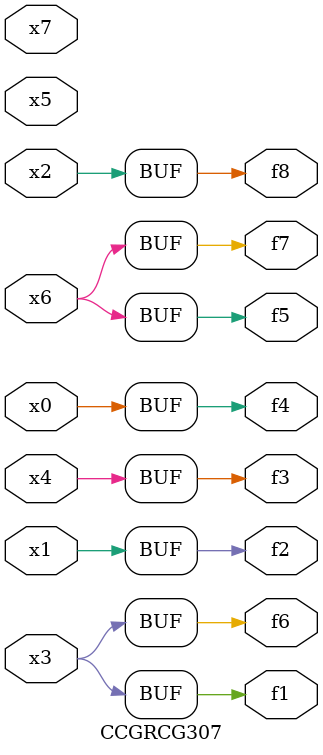
<source format=v>
module CCGRCG307(
	input x0, x1, x2, x3, x4, x5, x6, x7,
	output f1, f2, f3, f4, f5, f6, f7, f8
);
	assign f1 = x3;
	assign f2 = x1;
	assign f3 = x4;
	assign f4 = x0;
	assign f5 = x6;
	assign f6 = x3;
	assign f7 = x6;
	assign f8 = x2;
endmodule

</source>
